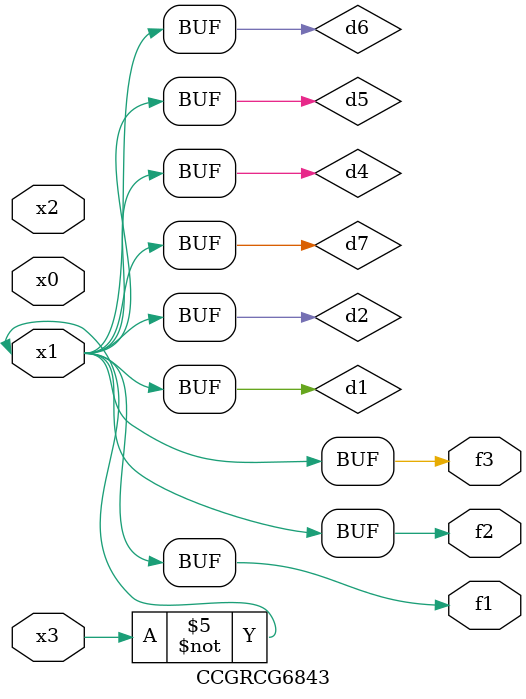
<source format=v>
module CCGRCG6843(
	input x0, x1, x2, x3,
	output f1, f2, f3
);

	wire d1, d2, d3, d4, d5, d6, d7;

	not (d1, x3);
	buf (d2, x1);
	xnor (d3, d1, d2);
	nor (d4, d1);
	buf (d5, d1, d2);
	buf (d6, d4, d5);
	nand (d7, d4);
	assign f1 = d6;
	assign f2 = d7;
	assign f3 = d6;
endmodule

</source>
